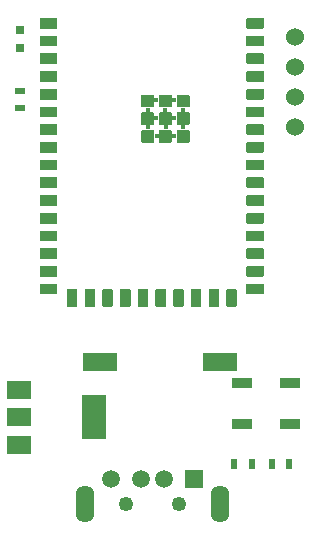
<source format=gbr>
G04 #@! TF.GenerationSoftware,KiCad,Pcbnew,(5.1.7)-1*
G04 #@! TF.CreationDate,2021-10-09T11:46:56+02:00*
G04 #@! TF.ProjectId,20210211_eduino,32303231-3032-4313-915f-656475696e6f,v1.0*
G04 #@! TF.SameCoordinates,Original*
G04 #@! TF.FileFunction,Soldermask,Bot*
G04 #@! TF.FilePolarity,Negative*
%FSLAX46Y46*%
G04 Gerber Fmt 4.6, Leading zero omitted, Abs format (unit mm)*
G04 Created by KiCad (PCBNEW (5.1.7)-1) date 2021-10-09 11:46:56*
%MOMM*%
%LPD*%
G01*
G04 APERTURE LIST*
%ADD10O,1.575000X3.150000*%
%ADD11C,1.250000*%
%ADD12C,1.508000*%
%ADD13R,1.508000X1.508000*%
%ADD14R,0.750000X0.800000*%
%ADD15R,0.900000X0.500000*%
%ADD16R,1.700000X0.900000*%
%ADD17C,0.400000*%
%ADD18R,2.000000X1.500000*%
%ADD19R,2.000000X3.800000*%
%ADD20C,1.524000*%
%ADD21R,0.500000X0.900000*%
%ADD22R,3.000000X1.500000*%
G04 APERTURE END LIST*
D10*
X145908000Y-82042000D03*
X134508000Y-82042000D03*
D11*
X137958000Y-82042000D03*
X142458000Y-82042000D03*
D12*
X136708000Y-79942000D03*
X139208000Y-79942000D03*
X141208000Y-79942000D03*
D13*
X143708000Y-79942000D03*
D14*
X129032000Y-43422000D03*
X129032000Y-41922000D03*
D15*
X129032000Y-48577500D03*
X129032000Y-47077500D03*
D16*
X151892000Y-71858400D03*
X151892000Y-75258400D03*
X147828000Y-75258400D03*
X147828000Y-71858400D03*
G36*
G01*
X149660000Y-40997100D02*
X149660000Y-41754900D01*
G75*
G02*
X149588900Y-41826000I-71100J0D01*
G01*
X148231100Y-41826000D01*
G75*
G02*
X148160000Y-41754900I0J71100D01*
G01*
X148160000Y-40997100D01*
G75*
G02*
X148231100Y-40926000I71100J0D01*
G01*
X149588900Y-40926000D01*
G75*
G02*
X149660000Y-40997100I0J-71100D01*
G01*
G37*
G36*
G01*
X149660000Y-42497100D02*
X149660000Y-43254900D01*
G75*
G02*
X149588900Y-43326000I-71100J0D01*
G01*
X148231100Y-43326000D01*
G75*
G02*
X148160000Y-43254900I0J71100D01*
G01*
X148160000Y-42497100D01*
G75*
G02*
X148231100Y-42426000I71100J0D01*
G01*
X149588900Y-42426000D01*
G75*
G02*
X149660000Y-42497100I0J-71100D01*
G01*
G37*
G36*
G01*
X149660000Y-43997100D02*
X149660000Y-44754900D01*
G75*
G02*
X149588900Y-44826000I-71100J0D01*
G01*
X148231100Y-44826000D01*
G75*
G02*
X148160000Y-44754900I0J71100D01*
G01*
X148160000Y-43997100D01*
G75*
G02*
X148231100Y-43926000I71100J0D01*
G01*
X149588900Y-43926000D01*
G75*
G02*
X149660000Y-43997100I0J-71100D01*
G01*
G37*
G36*
G01*
X149660000Y-45497100D02*
X149660000Y-46254900D01*
G75*
G02*
X149588900Y-46326000I-71100J0D01*
G01*
X148231100Y-46326000D01*
G75*
G02*
X148160000Y-46254900I0J71100D01*
G01*
X148160000Y-45497100D01*
G75*
G02*
X148231100Y-45426000I71100J0D01*
G01*
X149588900Y-45426000D01*
G75*
G02*
X149660000Y-45497100I0J-71100D01*
G01*
G37*
G36*
G01*
X149660000Y-46997100D02*
X149660000Y-47754900D01*
G75*
G02*
X149588900Y-47826000I-71100J0D01*
G01*
X148231100Y-47826000D01*
G75*
G02*
X148160000Y-47754900I0J71100D01*
G01*
X148160000Y-46997100D01*
G75*
G02*
X148231100Y-46926000I71100J0D01*
G01*
X149588900Y-46926000D01*
G75*
G02*
X149660000Y-46997100I0J-71100D01*
G01*
G37*
G36*
G01*
X149660000Y-48497100D02*
X149660000Y-49254900D01*
G75*
G02*
X149588900Y-49326000I-71100J0D01*
G01*
X148231100Y-49326000D01*
G75*
G02*
X148160000Y-49254900I0J71100D01*
G01*
X148160000Y-48497100D01*
G75*
G02*
X148231100Y-48426000I71100J0D01*
G01*
X149588900Y-48426000D01*
G75*
G02*
X149660000Y-48497100I0J-71100D01*
G01*
G37*
G36*
G01*
X149660000Y-49997100D02*
X149660000Y-50754900D01*
G75*
G02*
X149588900Y-50826000I-71100J0D01*
G01*
X148231100Y-50826000D01*
G75*
G02*
X148160000Y-50754900I0J71100D01*
G01*
X148160000Y-49997100D01*
G75*
G02*
X148231100Y-49926000I71100J0D01*
G01*
X149588900Y-49926000D01*
G75*
G02*
X149660000Y-49997100I0J-71100D01*
G01*
G37*
G36*
G01*
X149660000Y-51497100D02*
X149660000Y-52254900D01*
G75*
G02*
X149588900Y-52326000I-71100J0D01*
G01*
X148231100Y-52326000D01*
G75*
G02*
X148160000Y-52254900I0J71100D01*
G01*
X148160000Y-51497100D01*
G75*
G02*
X148231100Y-51426000I71100J0D01*
G01*
X149588900Y-51426000D01*
G75*
G02*
X149660000Y-51497100I0J-71100D01*
G01*
G37*
G36*
G01*
X149660000Y-52997100D02*
X149660000Y-53754900D01*
G75*
G02*
X149588900Y-53826000I-71100J0D01*
G01*
X148231100Y-53826000D01*
G75*
G02*
X148160000Y-53754900I0J71100D01*
G01*
X148160000Y-52997100D01*
G75*
G02*
X148231100Y-52926000I71100J0D01*
G01*
X149588900Y-52926000D01*
G75*
G02*
X149660000Y-52997100I0J-71100D01*
G01*
G37*
G36*
G01*
X149660000Y-54497100D02*
X149660000Y-55254900D01*
G75*
G02*
X149588900Y-55326000I-71100J0D01*
G01*
X148231100Y-55326000D01*
G75*
G02*
X148160000Y-55254900I0J71100D01*
G01*
X148160000Y-54497100D01*
G75*
G02*
X148231100Y-54426000I71100J0D01*
G01*
X149588900Y-54426000D01*
G75*
G02*
X149660000Y-54497100I0J-71100D01*
G01*
G37*
G36*
G01*
X149660000Y-55997100D02*
X149660000Y-56754900D01*
G75*
G02*
X149588900Y-56826000I-71100J0D01*
G01*
X148231100Y-56826000D01*
G75*
G02*
X148160000Y-56754900I0J71100D01*
G01*
X148160000Y-55997100D01*
G75*
G02*
X148231100Y-55926000I71100J0D01*
G01*
X149588900Y-55926000D01*
G75*
G02*
X149660000Y-55997100I0J-71100D01*
G01*
G37*
G36*
G01*
X149660000Y-57497100D02*
X149660000Y-58254900D01*
G75*
G02*
X149588900Y-58326000I-71100J0D01*
G01*
X148231100Y-58326000D01*
G75*
G02*
X148160000Y-58254900I0J71100D01*
G01*
X148160000Y-57497100D01*
G75*
G02*
X148231100Y-57426000I71100J0D01*
G01*
X149588900Y-57426000D01*
G75*
G02*
X149660000Y-57497100I0J-71100D01*
G01*
G37*
G36*
G01*
X149660000Y-58997100D02*
X149660000Y-59754900D01*
G75*
G02*
X149588900Y-59826000I-71100J0D01*
G01*
X148231100Y-59826000D01*
G75*
G02*
X148160000Y-59754900I0J71100D01*
G01*
X148160000Y-58997100D01*
G75*
G02*
X148231100Y-58926000I71100J0D01*
G01*
X149588900Y-58926000D01*
G75*
G02*
X149660000Y-58997100I0J-71100D01*
G01*
G37*
G36*
G01*
X149660000Y-60497100D02*
X149660000Y-61254900D01*
G75*
G02*
X149588900Y-61326000I-71100J0D01*
G01*
X148231100Y-61326000D01*
G75*
G02*
X148160000Y-61254900I0J71100D01*
G01*
X148160000Y-60497100D01*
G75*
G02*
X148231100Y-60426000I71100J0D01*
G01*
X149588900Y-60426000D01*
G75*
G02*
X149660000Y-60497100I0J-71100D01*
G01*
G37*
G36*
G01*
X149660000Y-61997100D02*
X149660000Y-62754900D01*
G75*
G02*
X149588900Y-62826000I-71100J0D01*
G01*
X148231100Y-62826000D01*
G75*
G02*
X148160000Y-62754900I0J71100D01*
G01*
X148160000Y-61997100D01*
G75*
G02*
X148231100Y-61926000I71100J0D01*
G01*
X149588900Y-61926000D01*
G75*
G02*
X149660000Y-61997100I0J-71100D01*
G01*
G37*
G36*
G01*
X149660000Y-63497100D02*
X149660000Y-64254900D01*
G75*
G02*
X149588900Y-64326000I-71100J0D01*
G01*
X148231100Y-64326000D01*
G75*
G02*
X148160000Y-64254900I0J71100D01*
G01*
X148160000Y-63497100D01*
G75*
G02*
X148231100Y-63426000I71100J0D01*
G01*
X149588900Y-63426000D01*
G75*
G02*
X149660000Y-63497100I0J-71100D01*
G01*
G37*
G36*
G01*
X147288900Y-65376000D02*
X146531100Y-65376000D01*
G75*
G02*
X146460000Y-65304900I0J71100D01*
G01*
X146460000Y-63947100D01*
G75*
G02*
X146531100Y-63876000I71100J0D01*
G01*
X147288900Y-63876000D01*
G75*
G02*
X147360000Y-63947100I0J-71100D01*
G01*
X147360000Y-65304900D01*
G75*
G02*
X147288900Y-65376000I-71100J0D01*
G01*
G37*
G36*
G01*
X145788900Y-65376000D02*
X145031100Y-65376000D01*
G75*
G02*
X144960000Y-65304900I0J71100D01*
G01*
X144960000Y-63947100D01*
G75*
G02*
X145031100Y-63876000I71100J0D01*
G01*
X145788900Y-63876000D01*
G75*
G02*
X145860000Y-63947100I0J-71100D01*
G01*
X145860000Y-65304900D01*
G75*
G02*
X145788900Y-65376000I-71100J0D01*
G01*
G37*
G36*
G01*
X144288900Y-65376000D02*
X143531100Y-65376000D01*
G75*
G02*
X143460000Y-65304900I0J71100D01*
G01*
X143460000Y-63947100D01*
G75*
G02*
X143531100Y-63876000I71100J0D01*
G01*
X144288900Y-63876000D01*
G75*
G02*
X144360000Y-63947100I0J-71100D01*
G01*
X144360000Y-65304900D01*
G75*
G02*
X144288900Y-65376000I-71100J0D01*
G01*
G37*
G36*
G01*
X142788900Y-65376000D02*
X142031100Y-65376000D01*
G75*
G02*
X141960000Y-65304900I0J71100D01*
G01*
X141960000Y-63947100D01*
G75*
G02*
X142031100Y-63876000I71100J0D01*
G01*
X142788900Y-63876000D01*
G75*
G02*
X142860000Y-63947100I0J-71100D01*
G01*
X142860000Y-65304900D01*
G75*
G02*
X142788900Y-65376000I-71100J0D01*
G01*
G37*
G36*
G01*
X141288900Y-65376000D02*
X140531100Y-65376000D01*
G75*
G02*
X140460000Y-65304900I0J71100D01*
G01*
X140460000Y-63947100D01*
G75*
G02*
X140531100Y-63876000I71100J0D01*
G01*
X141288900Y-63876000D01*
G75*
G02*
X141360000Y-63947100I0J-71100D01*
G01*
X141360000Y-65304900D01*
G75*
G02*
X141288900Y-65376000I-71100J0D01*
G01*
G37*
G36*
G01*
X139788900Y-65376000D02*
X139031100Y-65376000D01*
G75*
G02*
X138960000Y-65304900I0J71100D01*
G01*
X138960000Y-63947100D01*
G75*
G02*
X139031100Y-63876000I71100J0D01*
G01*
X139788900Y-63876000D01*
G75*
G02*
X139860000Y-63947100I0J-71100D01*
G01*
X139860000Y-65304900D01*
G75*
G02*
X139788900Y-65376000I-71100J0D01*
G01*
G37*
G36*
G01*
X138288900Y-65376000D02*
X137531100Y-65376000D01*
G75*
G02*
X137460000Y-65304900I0J71100D01*
G01*
X137460000Y-63947100D01*
G75*
G02*
X137531100Y-63876000I71100J0D01*
G01*
X138288900Y-63876000D01*
G75*
G02*
X138360000Y-63947100I0J-71100D01*
G01*
X138360000Y-65304900D01*
G75*
G02*
X138288900Y-65376000I-71100J0D01*
G01*
G37*
G36*
G01*
X136788900Y-65376000D02*
X136031100Y-65376000D01*
G75*
G02*
X135960000Y-65304900I0J71100D01*
G01*
X135960000Y-63947100D01*
G75*
G02*
X136031100Y-63876000I71100J0D01*
G01*
X136788900Y-63876000D01*
G75*
G02*
X136860000Y-63947100I0J-71100D01*
G01*
X136860000Y-65304900D01*
G75*
G02*
X136788900Y-65376000I-71100J0D01*
G01*
G37*
G36*
G01*
X135288900Y-65376000D02*
X134531100Y-65376000D01*
G75*
G02*
X134460000Y-65304900I0J71100D01*
G01*
X134460000Y-63947100D01*
G75*
G02*
X134531100Y-63876000I71100J0D01*
G01*
X135288900Y-63876000D01*
G75*
G02*
X135360000Y-63947100I0J-71100D01*
G01*
X135360000Y-65304900D01*
G75*
G02*
X135288900Y-65376000I-71100J0D01*
G01*
G37*
G36*
G01*
X133788900Y-65376000D02*
X133031100Y-65376000D01*
G75*
G02*
X132960000Y-65304900I0J71100D01*
G01*
X132960000Y-63947100D01*
G75*
G02*
X133031100Y-63876000I71100J0D01*
G01*
X133788900Y-63876000D01*
G75*
G02*
X133860000Y-63947100I0J-71100D01*
G01*
X133860000Y-65304900D01*
G75*
G02*
X133788900Y-65376000I-71100J0D01*
G01*
G37*
G36*
G01*
X130660000Y-64254900D02*
X130660000Y-63497100D01*
G75*
G02*
X130731100Y-63426000I71100J0D01*
G01*
X132088900Y-63426000D01*
G75*
G02*
X132160000Y-63497100I0J-71100D01*
G01*
X132160000Y-64254900D01*
G75*
G02*
X132088900Y-64326000I-71100J0D01*
G01*
X130731100Y-64326000D01*
G75*
G02*
X130660000Y-64254900I0J71100D01*
G01*
G37*
G36*
G01*
X130660000Y-62754900D02*
X130660000Y-61997100D01*
G75*
G02*
X130731100Y-61926000I71100J0D01*
G01*
X132088900Y-61926000D01*
G75*
G02*
X132160000Y-61997100I0J-71100D01*
G01*
X132160000Y-62754900D01*
G75*
G02*
X132088900Y-62826000I-71100J0D01*
G01*
X130731100Y-62826000D01*
G75*
G02*
X130660000Y-62754900I0J71100D01*
G01*
G37*
G36*
G01*
X130660000Y-61254900D02*
X130660000Y-60497100D01*
G75*
G02*
X130731100Y-60426000I71100J0D01*
G01*
X132088900Y-60426000D01*
G75*
G02*
X132160000Y-60497100I0J-71100D01*
G01*
X132160000Y-61254900D01*
G75*
G02*
X132088900Y-61326000I-71100J0D01*
G01*
X130731100Y-61326000D01*
G75*
G02*
X130660000Y-61254900I0J71100D01*
G01*
G37*
G36*
G01*
X130660000Y-59754900D02*
X130660000Y-58997100D01*
G75*
G02*
X130731100Y-58926000I71100J0D01*
G01*
X132088900Y-58926000D01*
G75*
G02*
X132160000Y-58997100I0J-71100D01*
G01*
X132160000Y-59754900D01*
G75*
G02*
X132088900Y-59826000I-71100J0D01*
G01*
X130731100Y-59826000D01*
G75*
G02*
X130660000Y-59754900I0J71100D01*
G01*
G37*
G36*
G01*
X130660000Y-58254900D02*
X130660000Y-57497100D01*
G75*
G02*
X130731100Y-57426000I71100J0D01*
G01*
X132088900Y-57426000D01*
G75*
G02*
X132160000Y-57497100I0J-71100D01*
G01*
X132160000Y-58254900D01*
G75*
G02*
X132088900Y-58326000I-71100J0D01*
G01*
X130731100Y-58326000D01*
G75*
G02*
X130660000Y-58254900I0J71100D01*
G01*
G37*
G36*
G01*
X130660000Y-56754900D02*
X130660000Y-55997100D01*
G75*
G02*
X130731100Y-55926000I71100J0D01*
G01*
X132088900Y-55926000D01*
G75*
G02*
X132160000Y-55997100I0J-71100D01*
G01*
X132160000Y-56754900D01*
G75*
G02*
X132088900Y-56826000I-71100J0D01*
G01*
X130731100Y-56826000D01*
G75*
G02*
X130660000Y-56754900I0J71100D01*
G01*
G37*
G36*
G01*
X130660000Y-55254900D02*
X130660000Y-54497100D01*
G75*
G02*
X130731100Y-54426000I71100J0D01*
G01*
X132088900Y-54426000D01*
G75*
G02*
X132160000Y-54497100I0J-71100D01*
G01*
X132160000Y-55254900D01*
G75*
G02*
X132088900Y-55326000I-71100J0D01*
G01*
X130731100Y-55326000D01*
G75*
G02*
X130660000Y-55254900I0J71100D01*
G01*
G37*
G36*
G01*
X130660000Y-53754900D02*
X130660000Y-52997100D01*
G75*
G02*
X130731100Y-52926000I71100J0D01*
G01*
X132088900Y-52926000D01*
G75*
G02*
X132160000Y-52997100I0J-71100D01*
G01*
X132160000Y-53754900D01*
G75*
G02*
X132088900Y-53826000I-71100J0D01*
G01*
X130731100Y-53826000D01*
G75*
G02*
X130660000Y-53754900I0J71100D01*
G01*
G37*
G36*
G01*
X130660000Y-52254900D02*
X130660000Y-51497100D01*
G75*
G02*
X130731100Y-51426000I71100J0D01*
G01*
X132088900Y-51426000D01*
G75*
G02*
X132160000Y-51497100I0J-71100D01*
G01*
X132160000Y-52254900D01*
G75*
G02*
X132088900Y-52326000I-71100J0D01*
G01*
X130731100Y-52326000D01*
G75*
G02*
X130660000Y-52254900I0J71100D01*
G01*
G37*
G36*
G01*
X130660000Y-50754900D02*
X130660000Y-49997100D01*
G75*
G02*
X130731100Y-49926000I71100J0D01*
G01*
X132088900Y-49926000D01*
G75*
G02*
X132160000Y-49997100I0J-71100D01*
G01*
X132160000Y-50754900D01*
G75*
G02*
X132088900Y-50826000I-71100J0D01*
G01*
X130731100Y-50826000D01*
G75*
G02*
X130660000Y-50754900I0J71100D01*
G01*
G37*
G36*
G01*
X130660000Y-49254900D02*
X130660000Y-48497100D01*
G75*
G02*
X130731100Y-48426000I71100J0D01*
G01*
X132088900Y-48426000D01*
G75*
G02*
X132160000Y-48497100I0J-71100D01*
G01*
X132160000Y-49254900D01*
G75*
G02*
X132088900Y-49326000I-71100J0D01*
G01*
X130731100Y-49326000D01*
G75*
G02*
X130660000Y-49254900I0J71100D01*
G01*
G37*
G36*
G01*
X130660000Y-47754900D02*
X130660000Y-46997100D01*
G75*
G02*
X130731100Y-46926000I71100J0D01*
G01*
X132088900Y-46926000D01*
G75*
G02*
X132160000Y-46997100I0J-71100D01*
G01*
X132160000Y-47754900D01*
G75*
G02*
X132088900Y-47826000I-71100J0D01*
G01*
X130731100Y-47826000D01*
G75*
G02*
X130660000Y-47754900I0J71100D01*
G01*
G37*
G36*
G01*
X130660000Y-46254900D02*
X130660000Y-45497100D01*
G75*
G02*
X130731100Y-45426000I71100J0D01*
G01*
X132088900Y-45426000D01*
G75*
G02*
X132160000Y-45497100I0J-71100D01*
G01*
X132160000Y-46254900D01*
G75*
G02*
X132088900Y-46326000I-71100J0D01*
G01*
X130731100Y-46326000D01*
G75*
G02*
X130660000Y-46254900I0J71100D01*
G01*
G37*
G36*
G01*
X130660000Y-44754900D02*
X130660000Y-43997100D01*
G75*
G02*
X130731100Y-43926000I71100J0D01*
G01*
X132088900Y-43926000D01*
G75*
G02*
X132160000Y-43997100I0J-71100D01*
G01*
X132160000Y-44754900D01*
G75*
G02*
X132088900Y-44826000I-71100J0D01*
G01*
X130731100Y-44826000D01*
G75*
G02*
X130660000Y-44754900I0J71100D01*
G01*
G37*
G36*
G01*
X130660000Y-43254900D02*
X130660000Y-42497100D01*
G75*
G02*
X130731100Y-42426000I71100J0D01*
G01*
X132088900Y-42426000D01*
G75*
G02*
X132160000Y-42497100I0J-71100D01*
G01*
X132160000Y-43254900D01*
G75*
G02*
X132088900Y-43326000I-71100J0D01*
G01*
X130731100Y-43326000D01*
G75*
G02*
X130660000Y-43254900I0J71100D01*
G01*
G37*
G36*
G01*
X130660000Y-41754900D02*
X130660000Y-40997100D01*
G75*
G02*
X130731100Y-40926000I71100J0D01*
G01*
X132088900Y-40926000D01*
G75*
G02*
X132160000Y-40997100I0J-71100D01*
G01*
X132160000Y-41754900D01*
G75*
G02*
X132088900Y-41826000I-71100J0D01*
G01*
X130731100Y-41826000D01*
G75*
G02*
X130660000Y-41754900I0J71100D01*
G01*
G37*
G36*
G01*
X142250000Y-48414100D02*
X142250000Y-47487900D01*
G75*
G02*
X142336900Y-47401000I86900J0D01*
G01*
X143263100Y-47401000D01*
G75*
G02*
X143350000Y-47487900I0J-86900D01*
G01*
X143350000Y-48414100D01*
G75*
G02*
X143263100Y-48501000I-86900J0D01*
G01*
X142336900Y-48501000D01*
G75*
G02*
X142250000Y-48414100I0J86900D01*
G01*
G37*
G36*
G01*
X140750000Y-48414100D02*
X140750000Y-47487900D01*
G75*
G02*
X140836900Y-47401000I86900J0D01*
G01*
X141763100Y-47401000D01*
G75*
G02*
X141850000Y-47487900I0J-86900D01*
G01*
X141850000Y-48414100D01*
G75*
G02*
X141763100Y-48501000I-86900J0D01*
G01*
X140836900Y-48501000D01*
G75*
G02*
X140750000Y-48414100I0J86900D01*
G01*
G37*
G36*
G01*
X139250000Y-48414100D02*
X139250000Y-47487900D01*
G75*
G02*
X139336900Y-47401000I86900J0D01*
G01*
X140263100Y-47401000D01*
G75*
G02*
X140350000Y-47487900I0J-86900D01*
G01*
X140350000Y-48414100D01*
G75*
G02*
X140263100Y-48501000I-86900J0D01*
G01*
X139336900Y-48501000D01*
G75*
G02*
X139250000Y-48414100I0J86900D01*
G01*
G37*
G36*
G01*
X142250000Y-49914100D02*
X142250000Y-48987900D01*
G75*
G02*
X142336900Y-48901000I86900J0D01*
G01*
X143263100Y-48901000D01*
G75*
G02*
X143350000Y-48987900I0J-86900D01*
G01*
X143350000Y-49914100D01*
G75*
G02*
X143263100Y-50001000I-86900J0D01*
G01*
X142336900Y-50001000D01*
G75*
G02*
X142250000Y-49914100I0J86900D01*
G01*
G37*
G36*
G01*
X140750000Y-49914100D02*
X140750000Y-48987900D01*
G75*
G02*
X140836900Y-48901000I86900J0D01*
G01*
X141763100Y-48901000D01*
G75*
G02*
X141850000Y-48987900I0J-86900D01*
G01*
X141850000Y-49914100D01*
G75*
G02*
X141763100Y-50001000I-86900J0D01*
G01*
X140836900Y-50001000D01*
G75*
G02*
X140750000Y-49914100I0J86900D01*
G01*
G37*
G36*
G01*
X139250000Y-49914100D02*
X139250000Y-48987900D01*
G75*
G02*
X139336900Y-48901000I86900J0D01*
G01*
X140263100Y-48901000D01*
G75*
G02*
X140350000Y-48987900I0J-86900D01*
G01*
X140350000Y-49914100D01*
G75*
G02*
X140263100Y-50001000I-86900J0D01*
G01*
X139336900Y-50001000D01*
G75*
G02*
X139250000Y-49914100I0J86900D01*
G01*
G37*
G36*
G01*
X142250000Y-51414100D02*
X142250000Y-50487900D01*
G75*
G02*
X142336900Y-50401000I86900J0D01*
G01*
X143263100Y-50401000D01*
G75*
G02*
X143350000Y-50487900I0J-86900D01*
G01*
X143350000Y-51414100D01*
G75*
G02*
X143263100Y-51501000I-86900J0D01*
G01*
X142336900Y-51501000D01*
G75*
G02*
X142250000Y-51414100I0J86900D01*
G01*
G37*
G36*
G01*
X140750000Y-51414100D02*
X140750000Y-50487900D01*
G75*
G02*
X140836900Y-50401000I86900J0D01*
G01*
X141763100Y-50401000D01*
G75*
G02*
X141850000Y-50487900I0J-86900D01*
G01*
X141850000Y-51414100D01*
G75*
G02*
X141763100Y-51501000I-86900J0D01*
G01*
X140836900Y-51501000D01*
G75*
G02*
X140750000Y-51414100I0J86900D01*
G01*
G37*
G36*
G01*
X139250000Y-51414100D02*
X139250000Y-50487900D01*
G75*
G02*
X139336900Y-50401000I86900J0D01*
G01*
X140263100Y-50401000D01*
G75*
G02*
X140350000Y-50487900I0J-86900D01*
G01*
X140350000Y-51414100D01*
G75*
G02*
X140263100Y-51501000I-86900J0D01*
G01*
X139336900Y-51501000D01*
G75*
G02*
X139250000Y-51414100I0J86900D01*
G01*
G37*
D17*
X142810000Y-48709600D03*
X142048000Y-47896800D03*
X140524000Y-47896800D03*
X139812800Y-48709600D03*
X139812800Y-50182800D03*
X140574800Y-50894000D03*
X142048000Y-50894000D03*
X142810000Y-50182800D03*
X142048000Y-49420800D03*
X140524000Y-49370000D03*
X141286000Y-48709600D03*
X141336800Y-50182800D03*
D18*
X128930000Y-77039500D03*
X128930000Y-72439500D03*
X128930000Y-74739500D03*
D19*
X135230000Y-74739500D03*
D20*
X152248000Y-50190400D03*
X152248000Y-47650400D03*
X152248000Y-45110400D03*
X152248000Y-42570400D03*
D21*
X148641000Y-78689200D03*
X147141000Y-78689200D03*
X150290000Y-78689200D03*
X151790000Y-78689200D03*
D22*
X135788000Y-70053200D03*
X145948000Y-70053200D03*
M02*

</source>
